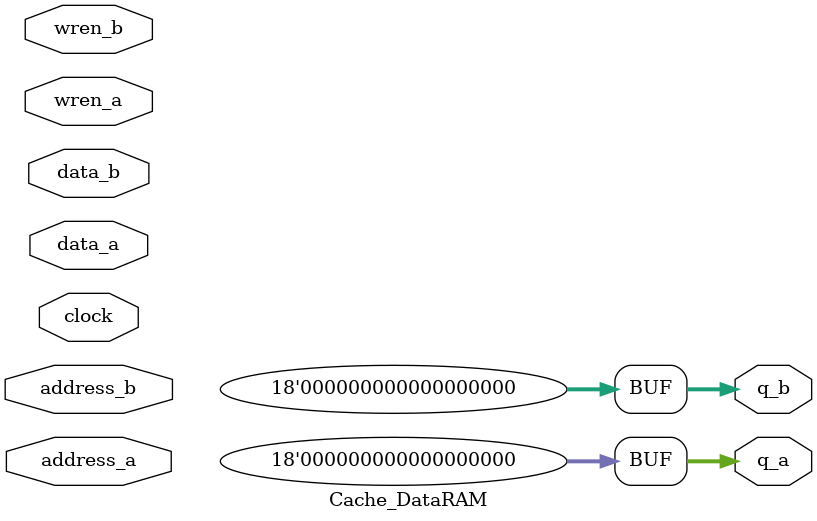
<source format=v>
module Cache_DataRAM(	// file.cleaned.mlir:2:3
  input  [10:0] address_a,	// file.cleaned.mlir:2:31
                address_b,	// file.cleaned.mlir:2:52
  input         clock,	// file.cleaned.mlir:2:73
  input  [17:0] data_a,	// file.cleaned.mlir:2:89
                data_b,	// file.cleaned.mlir:2:107
  input         wren_a,	// file.cleaned.mlir:2:125
                wren_b,	// file.cleaned.mlir:2:142
  output [17:0] q_a,	// file.cleaned.mlir:2:160
                q_b	// file.cleaned.mlir:2:175
);

  assign q_a = 18'h0;	// file.cleaned.mlir:3:15, :4:5
  assign q_b = 18'h0;	// file.cleaned.mlir:3:15, :4:5
endmodule


</source>
